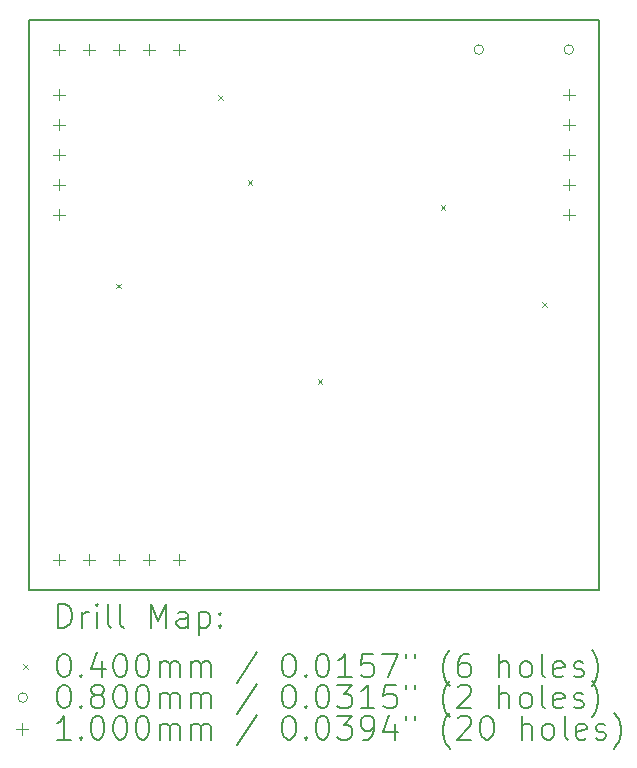
<source format=gbr>
%TF.GenerationSoftware,KiCad,Pcbnew,7.0.7*%
%TF.CreationDate,2024-02-28T11:49:30+01:00*%
%TF.ProjectId,bottom_test,626f7474-6f6d-45f7-9465-73742e6b6963,rev?*%
%TF.SameCoordinates,Original*%
%TF.FileFunction,Drillmap*%
%TF.FilePolarity,Positive*%
%FSLAX45Y45*%
G04 Gerber Fmt 4.5, Leading zero omitted, Abs format (unit mm)*
G04 Created by KiCad (PCBNEW 7.0.7) date 2024-02-28 11:49:30*
%MOMM*%
%LPD*%
G01*
G04 APERTURE LIST*
%ADD10C,0.200000*%
%ADD11C,0.040000*%
%ADD12C,0.080000*%
%ADD13C,0.100000*%
G04 APERTURE END LIST*
D10*
X2794000Y-2794000D02*
X7620000Y-2794000D01*
X7620000Y-7620000D01*
X2794000Y-7620000D01*
X2794000Y-2794000D01*
D11*
X3536000Y-5029490D02*
X3576000Y-5069490D01*
X3576000Y-5029490D02*
X3536000Y-5069490D01*
X4396870Y-3435980D02*
X4436870Y-3475980D01*
X4436870Y-3435980D02*
X4396870Y-3475980D01*
X4647720Y-4151910D02*
X4687720Y-4191910D01*
X4687720Y-4151910D02*
X4647720Y-4191910D01*
X5239530Y-5839800D02*
X5279530Y-5879800D01*
X5279530Y-5839800D02*
X5239530Y-5879800D01*
X6281490Y-4367250D02*
X6321490Y-4407250D01*
X6321490Y-4367250D02*
X6281490Y-4407250D01*
X7143620Y-5186990D02*
X7183620Y-5226990D01*
X7183620Y-5186990D02*
X7143620Y-5226990D01*
D12*
X6644000Y-3048000D02*
G75*
G03*
X6644000Y-3048000I-40000J0D01*
G01*
X7406000Y-3048000D02*
G75*
G03*
X7406000Y-3048000I-40000J0D01*
G01*
D13*
X3048000Y-2998000D02*
X3048000Y-3098000D01*
X2998000Y-3048000D02*
X3098000Y-3048000D01*
X3048000Y-3379000D02*
X3048000Y-3479000D01*
X2998000Y-3429000D02*
X3098000Y-3429000D01*
X3048000Y-3633000D02*
X3048000Y-3733000D01*
X2998000Y-3683000D02*
X3098000Y-3683000D01*
X3048000Y-3887000D02*
X3048000Y-3987000D01*
X2998000Y-3937000D02*
X3098000Y-3937000D01*
X3048000Y-4141000D02*
X3048000Y-4241000D01*
X2998000Y-4191000D02*
X3098000Y-4191000D01*
X3048000Y-4395000D02*
X3048000Y-4495000D01*
X2998000Y-4445000D02*
X3098000Y-4445000D01*
X3048000Y-7316000D02*
X3048000Y-7416000D01*
X2998000Y-7366000D02*
X3098000Y-7366000D01*
X3302000Y-2998000D02*
X3302000Y-3098000D01*
X3252000Y-3048000D02*
X3352000Y-3048000D01*
X3302000Y-7316000D02*
X3302000Y-7416000D01*
X3252000Y-7366000D02*
X3352000Y-7366000D01*
X3556000Y-2998000D02*
X3556000Y-3098000D01*
X3506000Y-3048000D02*
X3606000Y-3048000D01*
X3556000Y-7316000D02*
X3556000Y-7416000D01*
X3506000Y-7366000D02*
X3606000Y-7366000D01*
X3810000Y-2998000D02*
X3810000Y-3098000D01*
X3760000Y-3048000D02*
X3860000Y-3048000D01*
X3810000Y-7316000D02*
X3810000Y-7416000D01*
X3760000Y-7366000D02*
X3860000Y-7366000D01*
X4064000Y-2998000D02*
X4064000Y-3098000D01*
X4014000Y-3048000D02*
X4114000Y-3048000D01*
X4064000Y-7316000D02*
X4064000Y-7416000D01*
X4014000Y-7366000D02*
X4114000Y-7366000D01*
X7366000Y-3379000D02*
X7366000Y-3479000D01*
X7316000Y-3429000D02*
X7416000Y-3429000D01*
X7366000Y-3633000D02*
X7366000Y-3733000D01*
X7316000Y-3683000D02*
X7416000Y-3683000D01*
X7366000Y-3887000D02*
X7366000Y-3987000D01*
X7316000Y-3937000D02*
X7416000Y-3937000D01*
X7366000Y-4141000D02*
X7366000Y-4241000D01*
X7316000Y-4191000D02*
X7416000Y-4191000D01*
X7366000Y-4395000D02*
X7366000Y-4495000D01*
X7316000Y-4445000D02*
X7416000Y-4445000D01*
D10*
X3044777Y-7941484D02*
X3044777Y-7741484D01*
X3044777Y-7741484D02*
X3092396Y-7741484D01*
X3092396Y-7741484D02*
X3120967Y-7751008D01*
X3120967Y-7751008D02*
X3140015Y-7770055D01*
X3140015Y-7770055D02*
X3149539Y-7789103D01*
X3149539Y-7789103D02*
X3159062Y-7827198D01*
X3159062Y-7827198D02*
X3159062Y-7855769D01*
X3159062Y-7855769D02*
X3149539Y-7893865D01*
X3149539Y-7893865D02*
X3140015Y-7912912D01*
X3140015Y-7912912D02*
X3120967Y-7931960D01*
X3120967Y-7931960D02*
X3092396Y-7941484D01*
X3092396Y-7941484D02*
X3044777Y-7941484D01*
X3244777Y-7941484D02*
X3244777Y-7808150D01*
X3244777Y-7846246D02*
X3254301Y-7827198D01*
X3254301Y-7827198D02*
X3263824Y-7817674D01*
X3263824Y-7817674D02*
X3282872Y-7808150D01*
X3282872Y-7808150D02*
X3301920Y-7808150D01*
X3368586Y-7941484D02*
X3368586Y-7808150D01*
X3368586Y-7741484D02*
X3359062Y-7751008D01*
X3359062Y-7751008D02*
X3368586Y-7760531D01*
X3368586Y-7760531D02*
X3378110Y-7751008D01*
X3378110Y-7751008D02*
X3368586Y-7741484D01*
X3368586Y-7741484D02*
X3368586Y-7760531D01*
X3492396Y-7941484D02*
X3473348Y-7931960D01*
X3473348Y-7931960D02*
X3463824Y-7912912D01*
X3463824Y-7912912D02*
X3463824Y-7741484D01*
X3597158Y-7941484D02*
X3578110Y-7931960D01*
X3578110Y-7931960D02*
X3568586Y-7912912D01*
X3568586Y-7912912D02*
X3568586Y-7741484D01*
X3825729Y-7941484D02*
X3825729Y-7741484D01*
X3825729Y-7741484D02*
X3892396Y-7884341D01*
X3892396Y-7884341D02*
X3959062Y-7741484D01*
X3959062Y-7741484D02*
X3959062Y-7941484D01*
X4140015Y-7941484D02*
X4140015Y-7836722D01*
X4140015Y-7836722D02*
X4130491Y-7817674D01*
X4130491Y-7817674D02*
X4111443Y-7808150D01*
X4111443Y-7808150D02*
X4073348Y-7808150D01*
X4073348Y-7808150D02*
X4054301Y-7817674D01*
X4140015Y-7931960D02*
X4120967Y-7941484D01*
X4120967Y-7941484D02*
X4073348Y-7941484D01*
X4073348Y-7941484D02*
X4054301Y-7931960D01*
X4054301Y-7931960D02*
X4044777Y-7912912D01*
X4044777Y-7912912D02*
X4044777Y-7893865D01*
X4044777Y-7893865D02*
X4054301Y-7874817D01*
X4054301Y-7874817D02*
X4073348Y-7865293D01*
X4073348Y-7865293D02*
X4120967Y-7865293D01*
X4120967Y-7865293D02*
X4140015Y-7855769D01*
X4235253Y-7808150D02*
X4235253Y-8008150D01*
X4235253Y-7817674D02*
X4254301Y-7808150D01*
X4254301Y-7808150D02*
X4292396Y-7808150D01*
X4292396Y-7808150D02*
X4311444Y-7817674D01*
X4311444Y-7817674D02*
X4320967Y-7827198D01*
X4320967Y-7827198D02*
X4330491Y-7846246D01*
X4330491Y-7846246D02*
X4330491Y-7903388D01*
X4330491Y-7903388D02*
X4320967Y-7922436D01*
X4320967Y-7922436D02*
X4311444Y-7931960D01*
X4311444Y-7931960D02*
X4292396Y-7941484D01*
X4292396Y-7941484D02*
X4254301Y-7941484D01*
X4254301Y-7941484D02*
X4235253Y-7931960D01*
X4416205Y-7922436D02*
X4425729Y-7931960D01*
X4425729Y-7931960D02*
X4416205Y-7941484D01*
X4416205Y-7941484D02*
X4406682Y-7931960D01*
X4406682Y-7931960D02*
X4416205Y-7922436D01*
X4416205Y-7922436D02*
X4416205Y-7941484D01*
X4416205Y-7817674D02*
X4425729Y-7827198D01*
X4425729Y-7827198D02*
X4416205Y-7836722D01*
X4416205Y-7836722D02*
X4406682Y-7827198D01*
X4406682Y-7827198D02*
X4416205Y-7817674D01*
X4416205Y-7817674D02*
X4416205Y-7836722D01*
D11*
X2744000Y-8250000D02*
X2784000Y-8290000D01*
X2784000Y-8250000D02*
X2744000Y-8290000D01*
D10*
X3082872Y-8161484D02*
X3101920Y-8161484D01*
X3101920Y-8161484D02*
X3120967Y-8171008D01*
X3120967Y-8171008D02*
X3130491Y-8180531D01*
X3130491Y-8180531D02*
X3140015Y-8199579D01*
X3140015Y-8199579D02*
X3149539Y-8237674D01*
X3149539Y-8237674D02*
X3149539Y-8285293D01*
X3149539Y-8285293D02*
X3140015Y-8323388D01*
X3140015Y-8323388D02*
X3130491Y-8342436D01*
X3130491Y-8342436D02*
X3120967Y-8351960D01*
X3120967Y-8351960D02*
X3101920Y-8361484D01*
X3101920Y-8361484D02*
X3082872Y-8361484D01*
X3082872Y-8361484D02*
X3063824Y-8351960D01*
X3063824Y-8351960D02*
X3054301Y-8342436D01*
X3054301Y-8342436D02*
X3044777Y-8323388D01*
X3044777Y-8323388D02*
X3035253Y-8285293D01*
X3035253Y-8285293D02*
X3035253Y-8237674D01*
X3035253Y-8237674D02*
X3044777Y-8199579D01*
X3044777Y-8199579D02*
X3054301Y-8180531D01*
X3054301Y-8180531D02*
X3063824Y-8171008D01*
X3063824Y-8171008D02*
X3082872Y-8161484D01*
X3235253Y-8342436D02*
X3244777Y-8351960D01*
X3244777Y-8351960D02*
X3235253Y-8361484D01*
X3235253Y-8361484D02*
X3225729Y-8351960D01*
X3225729Y-8351960D02*
X3235253Y-8342436D01*
X3235253Y-8342436D02*
X3235253Y-8361484D01*
X3416205Y-8228150D02*
X3416205Y-8361484D01*
X3368586Y-8151960D02*
X3320967Y-8294817D01*
X3320967Y-8294817D02*
X3444777Y-8294817D01*
X3559062Y-8161484D02*
X3578110Y-8161484D01*
X3578110Y-8161484D02*
X3597158Y-8171008D01*
X3597158Y-8171008D02*
X3606682Y-8180531D01*
X3606682Y-8180531D02*
X3616205Y-8199579D01*
X3616205Y-8199579D02*
X3625729Y-8237674D01*
X3625729Y-8237674D02*
X3625729Y-8285293D01*
X3625729Y-8285293D02*
X3616205Y-8323388D01*
X3616205Y-8323388D02*
X3606682Y-8342436D01*
X3606682Y-8342436D02*
X3597158Y-8351960D01*
X3597158Y-8351960D02*
X3578110Y-8361484D01*
X3578110Y-8361484D02*
X3559062Y-8361484D01*
X3559062Y-8361484D02*
X3540015Y-8351960D01*
X3540015Y-8351960D02*
X3530491Y-8342436D01*
X3530491Y-8342436D02*
X3520967Y-8323388D01*
X3520967Y-8323388D02*
X3511443Y-8285293D01*
X3511443Y-8285293D02*
X3511443Y-8237674D01*
X3511443Y-8237674D02*
X3520967Y-8199579D01*
X3520967Y-8199579D02*
X3530491Y-8180531D01*
X3530491Y-8180531D02*
X3540015Y-8171008D01*
X3540015Y-8171008D02*
X3559062Y-8161484D01*
X3749539Y-8161484D02*
X3768586Y-8161484D01*
X3768586Y-8161484D02*
X3787634Y-8171008D01*
X3787634Y-8171008D02*
X3797158Y-8180531D01*
X3797158Y-8180531D02*
X3806682Y-8199579D01*
X3806682Y-8199579D02*
X3816205Y-8237674D01*
X3816205Y-8237674D02*
X3816205Y-8285293D01*
X3816205Y-8285293D02*
X3806682Y-8323388D01*
X3806682Y-8323388D02*
X3797158Y-8342436D01*
X3797158Y-8342436D02*
X3787634Y-8351960D01*
X3787634Y-8351960D02*
X3768586Y-8361484D01*
X3768586Y-8361484D02*
X3749539Y-8361484D01*
X3749539Y-8361484D02*
X3730491Y-8351960D01*
X3730491Y-8351960D02*
X3720967Y-8342436D01*
X3720967Y-8342436D02*
X3711443Y-8323388D01*
X3711443Y-8323388D02*
X3701920Y-8285293D01*
X3701920Y-8285293D02*
X3701920Y-8237674D01*
X3701920Y-8237674D02*
X3711443Y-8199579D01*
X3711443Y-8199579D02*
X3720967Y-8180531D01*
X3720967Y-8180531D02*
X3730491Y-8171008D01*
X3730491Y-8171008D02*
X3749539Y-8161484D01*
X3901920Y-8361484D02*
X3901920Y-8228150D01*
X3901920Y-8247198D02*
X3911443Y-8237674D01*
X3911443Y-8237674D02*
X3930491Y-8228150D01*
X3930491Y-8228150D02*
X3959063Y-8228150D01*
X3959063Y-8228150D02*
X3978110Y-8237674D01*
X3978110Y-8237674D02*
X3987634Y-8256722D01*
X3987634Y-8256722D02*
X3987634Y-8361484D01*
X3987634Y-8256722D02*
X3997158Y-8237674D01*
X3997158Y-8237674D02*
X4016205Y-8228150D01*
X4016205Y-8228150D02*
X4044777Y-8228150D01*
X4044777Y-8228150D02*
X4063824Y-8237674D01*
X4063824Y-8237674D02*
X4073348Y-8256722D01*
X4073348Y-8256722D02*
X4073348Y-8361484D01*
X4168586Y-8361484D02*
X4168586Y-8228150D01*
X4168586Y-8247198D02*
X4178110Y-8237674D01*
X4178110Y-8237674D02*
X4197158Y-8228150D01*
X4197158Y-8228150D02*
X4225729Y-8228150D01*
X4225729Y-8228150D02*
X4244777Y-8237674D01*
X4244777Y-8237674D02*
X4254301Y-8256722D01*
X4254301Y-8256722D02*
X4254301Y-8361484D01*
X4254301Y-8256722D02*
X4263825Y-8237674D01*
X4263825Y-8237674D02*
X4282872Y-8228150D01*
X4282872Y-8228150D02*
X4311444Y-8228150D01*
X4311444Y-8228150D02*
X4330491Y-8237674D01*
X4330491Y-8237674D02*
X4340015Y-8256722D01*
X4340015Y-8256722D02*
X4340015Y-8361484D01*
X4730491Y-8151960D02*
X4559063Y-8409103D01*
X4987634Y-8161484D02*
X5006682Y-8161484D01*
X5006682Y-8161484D02*
X5025729Y-8171008D01*
X5025729Y-8171008D02*
X5035253Y-8180531D01*
X5035253Y-8180531D02*
X5044777Y-8199579D01*
X5044777Y-8199579D02*
X5054301Y-8237674D01*
X5054301Y-8237674D02*
X5054301Y-8285293D01*
X5054301Y-8285293D02*
X5044777Y-8323388D01*
X5044777Y-8323388D02*
X5035253Y-8342436D01*
X5035253Y-8342436D02*
X5025729Y-8351960D01*
X5025729Y-8351960D02*
X5006682Y-8361484D01*
X5006682Y-8361484D02*
X4987634Y-8361484D01*
X4987634Y-8361484D02*
X4968587Y-8351960D01*
X4968587Y-8351960D02*
X4959063Y-8342436D01*
X4959063Y-8342436D02*
X4949539Y-8323388D01*
X4949539Y-8323388D02*
X4940015Y-8285293D01*
X4940015Y-8285293D02*
X4940015Y-8237674D01*
X4940015Y-8237674D02*
X4949539Y-8199579D01*
X4949539Y-8199579D02*
X4959063Y-8180531D01*
X4959063Y-8180531D02*
X4968587Y-8171008D01*
X4968587Y-8171008D02*
X4987634Y-8161484D01*
X5140015Y-8342436D02*
X5149539Y-8351960D01*
X5149539Y-8351960D02*
X5140015Y-8361484D01*
X5140015Y-8361484D02*
X5130491Y-8351960D01*
X5130491Y-8351960D02*
X5140015Y-8342436D01*
X5140015Y-8342436D02*
X5140015Y-8361484D01*
X5273348Y-8161484D02*
X5292396Y-8161484D01*
X5292396Y-8161484D02*
X5311444Y-8171008D01*
X5311444Y-8171008D02*
X5320968Y-8180531D01*
X5320968Y-8180531D02*
X5330491Y-8199579D01*
X5330491Y-8199579D02*
X5340015Y-8237674D01*
X5340015Y-8237674D02*
X5340015Y-8285293D01*
X5340015Y-8285293D02*
X5330491Y-8323388D01*
X5330491Y-8323388D02*
X5320968Y-8342436D01*
X5320968Y-8342436D02*
X5311444Y-8351960D01*
X5311444Y-8351960D02*
X5292396Y-8361484D01*
X5292396Y-8361484D02*
X5273348Y-8361484D01*
X5273348Y-8361484D02*
X5254301Y-8351960D01*
X5254301Y-8351960D02*
X5244777Y-8342436D01*
X5244777Y-8342436D02*
X5235253Y-8323388D01*
X5235253Y-8323388D02*
X5225729Y-8285293D01*
X5225729Y-8285293D02*
X5225729Y-8237674D01*
X5225729Y-8237674D02*
X5235253Y-8199579D01*
X5235253Y-8199579D02*
X5244777Y-8180531D01*
X5244777Y-8180531D02*
X5254301Y-8171008D01*
X5254301Y-8171008D02*
X5273348Y-8161484D01*
X5530491Y-8361484D02*
X5416206Y-8361484D01*
X5473348Y-8361484D02*
X5473348Y-8161484D01*
X5473348Y-8161484D02*
X5454301Y-8190055D01*
X5454301Y-8190055D02*
X5435253Y-8209103D01*
X5435253Y-8209103D02*
X5416206Y-8218627D01*
X5711444Y-8161484D02*
X5616206Y-8161484D01*
X5616206Y-8161484D02*
X5606682Y-8256722D01*
X5606682Y-8256722D02*
X5616206Y-8247198D01*
X5616206Y-8247198D02*
X5635253Y-8237674D01*
X5635253Y-8237674D02*
X5682872Y-8237674D01*
X5682872Y-8237674D02*
X5701920Y-8247198D01*
X5701920Y-8247198D02*
X5711444Y-8256722D01*
X5711444Y-8256722D02*
X5720967Y-8275769D01*
X5720967Y-8275769D02*
X5720967Y-8323388D01*
X5720967Y-8323388D02*
X5711444Y-8342436D01*
X5711444Y-8342436D02*
X5701920Y-8351960D01*
X5701920Y-8351960D02*
X5682872Y-8361484D01*
X5682872Y-8361484D02*
X5635253Y-8361484D01*
X5635253Y-8361484D02*
X5616206Y-8351960D01*
X5616206Y-8351960D02*
X5606682Y-8342436D01*
X5787634Y-8161484D02*
X5920967Y-8161484D01*
X5920967Y-8161484D02*
X5835253Y-8361484D01*
X5987634Y-8161484D02*
X5987634Y-8199579D01*
X6063825Y-8161484D02*
X6063825Y-8199579D01*
X6359063Y-8437674D02*
X6349539Y-8428150D01*
X6349539Y-8428150D02*
X6330491Y-8399579D01*
X6330491Y-8399579D02*
X6320968Y-8380531D01*
X6320968Y-8380531D02*
X6311444Y-8351960D01*
X6311444Y-8351960D02*
X6301920Y-8304341D01*
X6301920Y-8304341D02*
X6301920Y-8266246D01*
X6301920Y-8266246D02*
X6311444Y-8218627D01*
X6311444Y-8218627D02*
X6320968Y-8190055D01*
X6320968Y-8190055D02*
X6330491Y-8171008D01*
X6330491Y-8171008D02*
X6349539Y-8142436D01*
X6349539Y-8142436D02*
X6359063Y-8132912D01*
X6520968Y-8161484D02*
X6482872Y-8161484D01*
X6482872Y-8161484D02*
X6463825Y-8171008D01*
X6463825Y-8171008D02*
X6454301Y-8180531D01*
X6454301Y-8180531D02*
X6435253Y-8209103D01*
X6435253Y-8209103D02*
X6425729Y-8247198D01*
X6425729Y-8247198D02*
X6425729Y-8323388D01*
X6425729Y-8323388D02*
X6435253Y-8342436D01*
X6435253Y-8342436D02*
X6444777Y-8351960D01*
X6444777Y-8351960D02*
X6463825Y-8361484D01*
X6463825Y-8361484D02*
X6501920Y-8361484D01*
X6501920Y-8361484D02*
X6520968Y-8351960D01*
X6520968Y-8351960D02*
X6530491Y-8342436D01*
X6530491Y-8342436D02*
X6540015Y-8323388D01*
X6540015Y-8323388D02*
X6540015Y-8275769D01*
X6540015Y-8275769D02*
X6530491Y-8256722D01*
X6530491Y-8256722D02*
X6520968Y-8247198D01*
X6520968Y-8247198D02*
X6501920Y-8237674D01*
X6501920Y-8237674D02*
X6463825Y-8237674D01*
X6463825Y-8237674D02*
X6444777Y-8247198D01*
X6444777Y-8247198D02*
X6435253Y-8256722D01*
X6435253Y-8256722D02*
X6425729Y-8275769D01*
X6778110Y-8361484D02*
X6778110Y-8161484D01*
X6863825Y-8361484D02*
X6863825Y-8256722D01*
X6863825Y-8256722D02*
X6854301Y-8237674D01*
X6854301Y-8237674D02*
X6835253Y-8228150D01*
X6835253Y-8228150D02*
X6806682Y-8228150D01*
X6806682Y-8228150D02*
X6787634Y-8237674D01*
X6787634Y-8237674D02*
X6778110Y-8247198D01*
X6987634Y-8361484D02*
X6968587Y-8351960D01*
X6968587Y-8351960D02*
X6959063Y-8342436D01*
X6959063Y-8342436D02*
X6949539Y-8323388D01*
X6949539Y-8323388D02*
X6949539Y-8266246D01*
X6949539Y-8266246D02*
X6959063Y-8247198D01*
X6959063Y-8247198D02*
X6968587Y-8237674D01*
X6968587Y-8237674D02*
X6987634Y-8228150D01*
X6987634Y-8228150D02*
X7016206Y-8228150D01*
X7016206Y-8228150D02*
X7035253Y-8237674D01*
X7035253Y-8237674D02*
X7044777Y-8247198D01*
X7044777Y-8247198D02*
X7054301Y-8266246D01*
X7054301Y-8266246D02*
X7054301Y-8323388D01*
X7054301Y-8323388D02*
X7044777Y-8342436D01*
X7044777Y-8342436D02*
X7035253Y-8351960D01*
X7035253Y-8351960D02*
X7016206Y-8361484D01*
X7016206Y-8361484D02*
X6987634Y-8361484D01*
X7168587Y-8361484D02*
X7149539Y-8351960D01*
X7149539Y-8351960D02*
X7140015Y-8332912D01*
X7140015Y-8332912D02*
X7140015Y-8161484D01*
X7320968Y-8351960D02*
X7301920Y-8361484D01*
X7301920Y-8361484D02*
X7263825Y-8361484D01*
X7263825Y-8361484D02*
X7244777Y-8351960D01*
X7244777Y-8351960D02*
X7235253Y-8332912D01*
X7235253Y-8332912D02*
X7235253Y-8256722D01*
X7235253Y-8256722D02*
X7244777Y-8237674D01*
X7244777Y-8237674D02*
X7263825Y-8228150D01*
X7263825Y-8228150D02*
X7301920Y-8228150D01*
X7301920Y-8228150D02*
X7320968Y-8237674D01*
X7320968Y-8237674D02*
X7330491Y-8256722D01*
X7330491Y-8256722D02*
X7330491Y-8275769D01*
X7330491Y-8275769D02*
X7235253Y-8294817D01*
X7406682Y-8351960D02*
X7425730Y-8361484D01*
X7425730Y-8361484D02*
X7463825Y-8361484D01*
X7463825Y-8361484D02*
X7482872Y-8351960D01*
X7482872Y-8351960D02*
X7492396Y-8332912D01*
X7492396Y-8332912D02*
X7492396Y-8323388D01*
X7492396Y-8323388D02*
X7482872Y-8304341D01*
X7482872Y-8304341D02*
X7463825Y-8294817D01*
X7463825Y-8294817D02*
X7435253Y-8294817D01*
X7435253Y-8294817D02*
X7416206Y-8285293D01*
X7416206Y-8285293D02*
X7406682Y-8266246D01*
X7406682Y-8266246D02*
X7406682Y-8256722D01*
X7406682Y-8256722D02*
X7416206Y-8237674D01*
X7416206Y-8237674D02*
X7435253Y-8228150D01*
X7435253Y-8228150D02*
X7463825Y-8228150D01*
X7463825Y-8228150D02*
X7482872Y-8237674D01*
X7559063Y-8437674D02*
X7568587Y-8428150D01*
X7568587Y-8428150D02*
X7587634Y-8399579D01*
X7587634Y-8399579D02*
X7597158Y-8380531D01*
X7597158Y-8380531D02*
X7606682Y-8351960D01*
X7606682Y-8351960D02*
X7616206Y-8304341D01*
X7616206Y-8304341D02*
X7616206Y-8266246D01*
X7616206Y-8266246D02*
X7606682Y-8218627D01*
X7606682Y-8218627D02*
X7597158Y-8190055D01*
X7597158Y-8190055D02*
X7587634Y-8171008D01*
X7587634Y-8171008D02*
X7568587Y-8142436D01*
X7568587Y-8142436D02*
X7559063Y-8132912D01*
D12*
X2784000Y-8534000D02*
G75*
G03*
X2784000Y-8534000I-40000J0D01*
G01*
D10*
X3082872Y-8425484D02*
X3101920Y-8425484D01*
X3101920Y-8425484D02*
X3120967Y-8435008D01*
X3120967Y-8435008D02*
X3130491Y-8444531D01*
X3130491Y-8444531D02*
X3140015Y-8463579D01*
X3140015Y-8463579D02*
X3149539Y-8501674D01*
X3149539Y-8501674D02*
X3149539Y-8549293D01*
X3149539Y-8549293D02*
X3140015Y-8587389D01*
X3140015Y-8587389D02*
X3130491Y-8606436D01*
X3130491Y-8606436D02*
X3120967Y-8615960D01*
X3120967Y-8615960D02*
X3101920Y-8625484D01*
X3101920Y-8625484D02*
X3082872Y-8625484D01*
X3082872Y-8625484D02*
X3063824Y-8615960D01*
X3063824Y-8615960D02*
X3054301Y-8606436D01*
X3054301Y-8606436D02*
X3044777Y-8587389D01*
X3044777Y-8587389D02*
X3035253Y-8549293D01*
X3035253Y-8549293D02*
X3035253Y-8501674D01*
X3035253Y-8501674D02*
X3044777Y-8463579D01*
X3044777Y-8463579D02*
X3054301Y-8444531D01*
X3054301Y-8444531D02*
X3063824Y-8435008D01*
X3063824Y-8435008D02*
X3082872Y-8425484D01*
X3235253Y-8606436D02*
X3244777Y-8615960D01*
X3244777Y-8615960D02*
X3235253Y-8625484D01*
X3235253Y-8625484D02*
X3225729Y-8615960D01*
X3225729Y-8615960D02*
X3235253Y-8606436D01*
X3235253Y-8606436D02*
X3235253Y-8625484D01*
X3359062Y-8511198D02*
X3340015Y-8501674D01*
X3340015Y-8501674D02*
X3330491Y-8492150D01*
X3330491Y-8492150D02*
X3320967Y-8473103D01*
X3320967Y-8473103D02*
X3320967Y-8463579D01*
X3320967Y-8463579D02*
X3330491Y-8444531D01*
X3330491Y-8444531D02*
X3340015Y-8435008D01*
X3340015Y-8435008D02*
X3359062Y-8425484D01*
X3359062Y-8425484D02*
X3397158Y-8425484D01*
X3397158Y-8425484D02*
X3416205Y-8435008D01*
X3416205Y-8435008D02*
X3425729Y-8444531D01*
X3425729Y-8444531D02*
X3435253Y-8463579D01*
X3435253Y-8463579D02*
X3435253Y-8473103D01*
X3435253Y-8473103D02*
X3425729Y-8492150D01*
X3425729Y-8492150D02*
X3416205Y-8501674D01*
X3416205Y-8501674D02*
X3397158Y-8511198D01*
X3397158Y-8511198D02*
X3359062Y-8511198D01*
X3359062Y-8511198D02*
X3340015Y-8520722D01*
X3340015Y-8520722D02*
X3330491Y-8530246D01*
X3330491Y-8530246D02*
X3320967Y-8549293D01*
X3320967Y-8549293D02*
X3320967Y-8587389D01*
X3320967Y-8587389D02*
X3330491Y-8606436D01*
X3330491Y-8606436D02*
X3340015Y-8615960D01*
X3340015Y-8615960D02*
X3359062Y-8625484D01*
X3359062Y-8625484D02*
X3397158Y-8625484D01*
X3397158Y-8625484D02*
X3416205Y-8615960D01*
X3416205Y-8615960D02*
X3425729Y-8606436D01*
X3425729Y-8606436D02*
X3435253Y-8587389D01*
X3435253Y-8587389D02*
X3435253Y-8549293D01*
X3435253Y-8549293D02*
X3425729Y-8530246D01*
X3425729Y-8530246D02*
X3416205Y-8520722D01*
X3416205Y-8520722D02*
X3397158Y-8511198D01*
X3559062Y-8425484D02*
X3578110Y-8425484D01*
X3578110Y-8425484D02*
X3597158Y-8435008D01*
X3597158Y-8435008D02*
X3606682Y-8444531D01*
X3606682Y-8444531D02*
X3616205Y-8463579D01*
X3616205Y-8463579D02*
X3625729Y-8501674D01*
X3625729Y-8501674D02*
X3625729Y-8549293D01*
X3625729Y-8549293D02*
X3616205Y-8587389D01*
X3616205Y-8587389D02*
X3606682Y-8606436D01*
X3606682Y-8606436D02*
X3597158Y-8615960D01*
X3597158Y-8615960D02*
X3578110Y-8625484D01*
X3578110Y-8625484D02*
X3559062Y-8625484D01*
X3559062Y-8625484D02*
X3540015Y-8615960D01*
X3540015Y-8615960D02*
X3530491Y-8606436D01*
X3530491Y-8606436D02*
X3520967Y-8587389D01*
X3520967Y-8587389D02*
X3511443Y-8549293D01*
X3511443Y-8549293D02*
X3511443Y-8501674D01*
X3511443Y-8501674D02*
X3520967Y-8463579D01*
X3520967Y-8463579D02*
X3530491Y-8444531D01*
X3530491Y-8444531D02*
X3540015Y-8435008D01*
X3540015Y-8435008D02*
X3559062Y-8425484D01*
X3749539Y-8425484D02*
X3768586Y-8425484D01*
X3768586Y-8425484D02*
X3787634Y-8435008D01*
X3787634Y-8435008D02*
X3797158Y-8444531D01*
X3797158Y-8444531D02*
X3806682Y-8463579D01*
X3806682Y-8463579D02*
X3816205Y-8501674D01*
X3816205Y-8501674D02*
X3816205Y-8549293D01*
X3816205Y-8549293D02*
X3806682Y-8587389D01*
X3806682Y-8587389D02*
X3797158Y-8606436D01*
X3797158Y-8606436D02*
X3787634Y-8615960D01*
X3787634Y-8615960D02*
X3768586Y-8625484D01*
X3768586Y-8625484D02*
X3749539Y-8625484D01*
X3749539Y-8625484D02*
X3730491Y-8615960D01*
X3730491Y-8615960D02*
X3720967Y-8606436D01*
X3720967Y-8606436D02*
X3711443Y-8587389D01*
X3711443Y-8587389D02*
X3701920Y-8549293D01*
X3701920Y-8549293D02*
X3701920Y-8501674D01*
X3701920Y-8501674D02*
X3711443Y-8463579D01*
X3711443Y-8463579D02*
X3720967Y-8444531D01*
X3720967Y-8444531D02*
X3730491Y-8435008D01*
X3730491Y-8435008D02*
X3749539Y-8425484D01*
X3901920Y-8625484D02*
X3901920Y-8492150D01*
X3901920Y-8511198D02*
X3911443Y-8501674D01*
X3911443Y-8501674D02*
X3930491Y-8492150D01*
X3930491Y-8492150D02*
X3959063Y-8492150D01*
X3959063Y-8492150D02*
X3978110Y-8501674D01*
X3978110Y-8501674D02*
X3987634Y-8520722D01*
X3987634Y-8520722D02*
X3987634Y-8625484D01*
X3987634Y-8520722D02*
X3997158Y-8501674D01*
X3997158Y-8501674D02*
X4016205Y-8492150D01*
X4016205Y-8492150D02*
X4044777Y-8492150D01*
X4044777Y-8492150D02*
X4063824Y-8501674D01*
X4063824Y-8501674D02*
X4073348Y-8520722D01*
X4073348Y-8520722D02*
X4073348Y-8625484D01*
X4168586Y-8625484D02*
X4168586Y-8492150D01*
X4168586Y-8511198D02*
X4178110Y-8501674D01*
X4178110Y-8501674D02*
X4197158Y-8492150D01*
X4197158Y-8492150D02*
X4225729Y-8492150D01*
X4225729Y-8492150D02*
X4244777Y-8501674D01*
X4244777Y-8501674D02*
X4254301Y-8520722D01*
X4254301Y-8520722D02*
X4254301Y-8625484D01*
X4254301Y-8520722D02*
X4263825Y-8501674D01*
X4263825Y-8501674D02*
X4282872Y-8492150D01*
X4282872Y-8492150D02*
X4311444Y-8492150D01*
X4311444Y-8492150D02*
X4330491Y-8501674D01*
X4330491Y-8501674D02*
X4340015Y-8520722D01*
X4340015Y-8520722D02*
X4340015Y-8625484D01*
X4730491Y-8415960D02*
X4559063Y-8673103D01*
X4987634Y-8425484D02*
X5006682Y-8425484D01*
X5006682Y-8425484D02*
X5025729Y-8435008D01*
X5025729Y-8435008D02*
X5035253Y-8444531D01*
X5035253Y-8444531D02*
X5044777Y-8463579D01*
X5044777Y-8463579D02*
X5054301Y-8501674D01*
X5054301Y-8501674D02*
X5054301Y-8549293D01*
X5054301Y-8549293D02*
X5044777Y-8587389D01*
X5044777Y-8587389D02*
X5035253Y-8606436D01*
X5035253Y-8606436D02*
X5025729Y-8615960D01*
X5025729Y-8615960D02*
X5006682Y-8625484D01*
X5006682Y-8625484D02*
X4987634Y-8625484D01*
X4987634Y-8625484D02*
X4968587Y-8615960D01*
X4968587Y-8615960D02*
X4959063Y-8606436D01*
X4959063Y-8606436D02*
X4949539Y-8587389D01*
X4949539Y-8587389D02*
X4940015Y-8549293D01*
X4940015Y-8549293D02*
X4940015Y-8501674D01*
X4940015Y-8501674D02*
X4949539Y-8463579D01*
X4949539Y-8463579D02*
X4959063Y-8444531D01*
X4959063Y-8444531D02*
X4968587Y-8435008D01*
X4968587Y-8435008D02*
X4987634Y-8425484D01*
X5140015Y-8606436D02*
X5149539Y-8615960D01*
X5149539Y-8615960D02*
X5140015Y-8625484D01*
X5140015Y-8625484D02*
X5130491Y-8615960D01*
X5130491Y-8615960D02*
X5140015Y-8606436D01*
X5140015Y-8606436D02*
X5140015Y-8625484D01*
X5273348Y-8425484D02*
X5292396Y-8425484D01*
X5292396Y-8425484D02*
X5311444Y-8435008D01*
X5311444Y-8435008D02*
X5320968Y-8444531D01*
X5320968Y-8444531D02*
X5330491Y-8463579D01*
X5330491Y-8463579D02*
X5340015Y-8501674D01*
X5340015Y-8501674D02*
X5340015Y-8549293D01*
X5340015Y-8549293D02*
X5330491Y-8587389D01*
X5330491Y-8587389D02*
X5320968Y-8606436D01*
X5320968Y-8606436D02*
X5311444Y-8615960D01*
X5311444Y-8615960D02*
X5292396Y-8625484D01*
X5292396Y-8625484D02*
X5273348Y-8625484D01*
X5273348Y-8625484D02*
X5254301Y-8615960D01*
X5254301Y-8615960D02*
X5244777Y-8606436D01*
X5244777Y-8606436D02*
X5235253Y-8587389D01*
X5235253Y-8587389D02*
X5225729Y-8549293D01*
X5225729Y-8549293D02*
X5225729Y-8501674D01*
X5225729Y-8501674D02*
X5235253Y-8463579D01*
X5235253Y-8463579D02*
X5244777Y-8444531D01*
X5244777Y-8444531D02*
X5254301Y-8435008D01*
X5254301Y-8435008D02*
X5273348Y-8425484D01*
X5406682Y-8425484D02*
X5530491Y-8425484D01*
X5530491Y-8425484D02*
X5463825Y-8501674D01*
X5463825Y-8501674D02*
X5492396Y-8501674D01*
X5492396Y-8501674D02*
X5511444Y-8511198D01*
X5511444Y-8511198D02*
X5520968Y-8520722D01*
X5520968Y-8520722D02*
X5530491Y-8539770D01*
X5530491Y-8539770D02*
X5530491Y-8587389D01*
X5530491Y-8587389D02*
X5520968Y-8606436D01*
X5520968Y-8606436D02*
X5511444Y-8615960D01*
X5511444Y-8615960D02*
X5492396Y-8625484D01*
X5492396Y-8625484D02*
X5435253Y-8625484D01*
X5435253Y-8625484D02*
X5416206Y-8615960D01*
X5416206Y-8615960D02*
X5406682Y-8606436D01*
X5720967Y-8625484D02*
X5606682Y-8625484D01*
X5663825Y-8625484D02*
X5663825Y-8425484D01*
X5663825Y-8425484D02*
X5644777Y-8454055D01*
X5644777Y-8454055D02*
X5625729Y-8473103D01*
X5625729Y-8473103D02*
X5606682Y-8482627D01*
X5901920Y-8425484D02*
X5806682Y-8425484D01*
X5806682Y-8425484D02*
X5797158Y-8520722D01*
X5797158Y-8520722D02*
X5806682Y-8511198D01*
X5806682Y-8511198D02*
X5825729Y-8501674D01*
X5825729Y-8501674D02*
X5873348Y-8501674D01*
X5873348Y-8501674D02*
X5892396Y-8511198D01*
X5892396Y-8511198D02*
X5901920Y-8520722D01*
X5901920Y-8520722D02*
X5911444Y-8539770D01*
X5911444Y-8539770D02*
X5911444Y-8587389D01*
X5911444Y-8587389D02*
X5901920Y-8606436D01*
X5901920Y-8606436D02*
X5892396Y-8615960D01*
X5892396Y-8615960D02*
X5873348Y-8625484D01*
X5873348Y-8625484D02*
X5825729Y-8625484D01*
X5825729Y-8625484D02*
X5806682Y-8615960D01*
X5806682Y-8615960D02*
X5797158Y-8606436D01*
X5987634Y-8425484D02*
X5987634Y-8463579D01*
X6063825Y-8425484D02*
X6063825Y-8463579D01*
X6359063Y-8701674D02*
X6349539Y-8692150D01*
X6349539Y-8692150D02*
X6330491Y-8663579D01*
X6330491Y-8663579D02*
X6320968Y-8644531D01*
X6320968Y-8644531D02*
X6311444Y-8615960D01*
X6311444Y-8615960D02*
X6301920Y-8568341D01*
X6301920Y-8568341D02*
X6301920Y-8530246D01*
X6301920Y-8530246D02*
X6311444Y-8482627D01*
X6311444Y-8482627D02*
X6320968Y-8454055D01*
X6320968Y-8454055D02*
X6330491Y-8435008D01*
X6330491Y-8435008D02*
X6349539Y-8406436D01*
X6349539Y-8406436D02*
X6359063Y-8396912D01*
X6425729Y-8444531D02*
X6435253Y-8435008D01*
X6435253Y-8435008D02*
X6454301Y-8425484D01*
X6454301Y-8425484D02*
X6501920Y-8425484D01*
X6501920Y-8425484D02*
X6520968Y-8435008D01*
X6520968Y-8435008D02*
X6530491Y-8444531D01*
X6530491Y-8444531D02*
X6540015Y-8463579D01*
X6540015Y-8463579D02*
X6540015Y-8482627D01*
X6540015Y-8482627D02*
X6530491Y-8511198D01*
X6530491Y-8511198D02*
X6416206Y-8625484D01*
X6416206Y-8625484D02*
X6540015Y-8625484D01*
X6778110Y-8625484D02*
X6778110Y-8425484D01*
X6863825Y-8625484D02*
X6863825Y-8520722D01*
X6863825Y-8520722D02*
X6854301Y-8501674D01*
X6854301Y-8501674D02*
X6835253Y-8492150D01*
X6835253Y-8492150D02*
X6806682Y-8492150D01*
X6806682Y-8492150D02*
X6787634Y-8501674D01*
X6787634Y-8501674D02*
X6778110Y-8511198D01*
X6987634Y-8625484D02*
X6968587Y-8615960D01*
X6968587Y-8615960D02*
X6959063Y-8606436D01*
X6959063Y-8606436D02*
X6949539Y-8587389D01*
X6949539Y-8587389D02*
X6949539Y-8530246D01*
X6949539Y-8530246D02*
X6959063Y-8511198D01*
X6959063Y-8511198D02*
X6968587Y-8501674D01*
X6968587Y-8501674D02*
X6987634Y-8492150D01*
X6987634Y-8492150D02*
X7016206Y-8492150D01*
X7016206Y-8492150D02*
X7035253Y-8501674D01*
X7035253Y-8501674D02*
X7044777Y-8511198D01*
X7044777Y-8511198D02*
X7054301Y-8530246D01*
X7054301Y-8530246D02*
X7054301Y-8587389D01*
X7054301Y-8587389D02*
X7044777Y-8606436D01*
X7044777Y-8606436D02*
X7035253Y-8615960D01*
X7035253Y-8615960D02*
X7016206Y-8625484D01*
X7016206Y-8625484D02*
X6987634Y-8625484D01*
X7168587Y-8625484D02*
X7149539Y-8615960D01*
X7149539Y-8615960D02*
X7140015Y-8596912D01*
X7140015Y-8596912D02*
X7140015Y-8425484D01*
X7320968Y-8615960D02*
X7301920Y-8625484D01*
X7301920Y-8625484D02*
X7263825Y-8625484D01*
X7263825Y-8625484D02*
X7244777Y-8615960D01*
X7244777Y-8615960D02*
X7235253Y-8596912D01*
X7235253Y-8596912D02*
X7235253Y-8520722D01*
X7235253Y-8520722D02*
X7244777Y-8501674D01*
X7244777Y-8501674D02*
X7263825Y-8492150D01*
X7263825Y-8492150D02*
X7301920Y-8492150D01*
X7301920Y-8492150D02*
X7320968Y-8501674D01*
X7320968Y-8501674D02*
X7330491Y-8520722D01*
X7330491Y-8520722D02*
X7330491Y-8539770D01*
X7330491Y-8539770D02*
X7235253Y-8558817D01*
X7406682Y-8615960D02*
X7425730Y-8625484D01*
X7425730Y-8625484D02*
X7463825Y-8625484D01*
X7463825Y-8625484D02*
X7482872Y-8615960D01*
X7482872Y-8615960D02*
X7492396Y-8596912D01*
X7492396Y-8596912D02*
X7492396Y-8587389D01*
X7492396Y-8587389D02*
X7482872Y-8568341D01*
X7482872Y-8568341D02*
X7463825Y-8558817D01*
X7463825Y-8558817D02*
X7435253Y-8558817D01*
X7435253Y-8558817D02*
X7416206Y-8549293D01*
X7416206Y-8549293D02*
X7406682Y-8530246D01*
X7406682Y-8530246D02*
X7406682Y-8520722D01*
X7406682Y-8520722D02*
X7416206Y-8501674D01*
X7416206Y-8501674D02*
X7435253Y-8492150D01*
X7435253Y-8492150D02*
X7463825Y-8492150D01*
X7463825Y-8492150D02*
X7482872Y-8501674D01*
X7559063Y-8701674D02*
X7568587Y-8692150D01*
X7568587Y-8692150D02*
X7587634Y-8663579D01*
X7587634Y-8663579D02*
X7597158Y-8644531D01*
X7597158Y-8644531D02*
X7606682Y-8615960D01*
X7606682Y-8615960D02*
X7616206Y-8568341D01*
X7616206Y-8568341D02*
X7616206Y-8530246D01*
X7616206Y-8530246D02*
X7606682Y-8482627D01*
X7606682Y-8482627D02*
X7597158Y-8454055D01*
X7597158Y-8454055D02*
X7587634Y-8435008D01*
X7587634Y-8435008D02*
X7568587Y-8406436D01*
X7568587Y-8406436D02*
X7559063Y-8396912D01*
D13*
X2734000Y-8748000D02*
X2734000Y-8848000D01*
X2684000Y-8798000D02*
X2784000Y-8798000D01*
D10*
X3149539Y-8889484D02*
X3035253Y-8889484D01*
X3092396Y-8889484D02*
X3092396Y-8689484D01*
X3092396Y-8689484D02*
X3073348Y-8718055D01*
X3073348Y-8718055D02*
X3054301Y-8737103D01*
X3054301Y-8737103D02*
X3035253Y-8746627D01*
X3235253Y-8870436D02*
X3244777Y-8879960D01*
X3244777Y-8879960D02*
X3235253Y-8889484D01*
X3235253Y-8889484D02*
X3225729Y-8879960D01*
X3225729Y-8879960D02*
X3235253Y-8870436D01*
X3235253Y-8870436D02*
X3235253Y-8889484D01*
X3368586Y-8689484D02*
X3387634Y-8689484D01*
X3387634Y-8689484D02*
X3406682Y-8699008D01*
X3406682Y-8699008D02*
X3416205Y-8708531D01*
X3416205Y-8708531D02*
X3425729Y-8727579D01*
X3425729Y-8727579D02*
X3435253Y-8765674D01*
X3435253Y-8765674D02*
X3435253Y-8813293D01*
X3435253Y-8813293D02*
X3425729Y-8851389D01*
X3425729Y-8851389D02*
X3416205Y-8870436D01*
X3416205Y-8870436D02*
X3406682Y-8879960D01*
X3406682Y-8879960D02*
X3387634Y-8889484D01*
X3387634Y-8889484D02*
X3368586Y-8889484D01*
X3368586Y-8889484D02*
X3349539Y-8879960D01*
X3349539Y-8879960D02*
X3340015Y-8870436D01*
X3340015Y-8870436D02*
X3330491Y-8851389D01*
X3330491Y-8851389D02*
X3320967Y-8813293D01*
X3320967Y-8813293D02*
X3320967Y-8765674D01*
X3320967Y-8765674D02*
X3330491Y-8727579D01*
X3330491Y-8727579D02*
X3340015Y-8708531D01*
X3340015Y-8708531D02*
X3349539Y-8699008D01*
X3349539Y-8699008D02*
X3368586Y-8689484D01*
X3559062Y-8689484D02*
X3578110Y-8689484D01*
X3578110Y-8689484D02*
X3597158Y-8699008D01*
X3597158Y-8699008D02*
X3606682Y-8708531D01*
X3606682Y-8708531D02*
X3616205Y-8727579D01*
X3616205Y-8727579D02*
X3625729Y-8765674D01*
X3625729Y-8765674D02*
X3625729Y-8813293D01*
X3625729Y-8813293D02*
X3616205Y-8851389D01*
X3616205Y-8851389D02*
X3606682Y-8870436D01*
X3606682Y-8870436D02*
X3597158Y-8879960D01*
X3597158Y-8879960D02*
X3578110Y-8889484D01*
X3578110Y-8889484D02*
X3559062Y-8889484D01*
X3559062Y-8889484D02*
X3540015Y-8879960D01*
X3540015Y-8879960D02*
X3530491Y-8870436D01*
X3530491Y-8870436D02*
X3520967Y-8851389D01*
X3520967Y-8851389D02*
X3511443Y-8813293D01*
X3511443Y-8813293D02*
X3511443Y-8765674D01*
X3511443Y-8765674D02*
X3520967Y-8727579D01*
X3520967Y-8727579D02*
X3530491Y-8708531D01*
X3530491Y-8708531D02*
X3540015Y-8699008D01*
X3540015Y-8699008D02*
X3559062Y-8689484D01*
X3749539Y-8689484D02*
X3768586Y-8689484D01*
X3768586Y-8689484D02*
X3787634Y-8699008D01*
X3787634Y-8699008D02*
X3797158Y-8708531D01*
X3797158Y-8708531D02*
X3806682Y-8727579D01*
X3806682Y-8727579D02*
X3816205Y-8765674D01*
X3816205Y-8765674D02*
X3816205Y-8813293D01*
X3816205Y-8813293D02*
X3806682Y-8851389D01*
X3806682Y-8851389D02*
X3797158Y-8870436D01*
X3797158Y-8870436D02*
X3787634Y-8879960D01*
X3787634Y-8879960D02*
X3768586Y-8889484D01*
X3768586Y-8889484D02*
X3749539Y-8889484D01*
X3749539Y-8889484D02*
X3730491Y-8879960D01*
X3730491Y-8879960D02*
X3720967Y-8870436D01*
X3720967Y-8870436D02*
X3711443Y-8851389D01*
X3711443Y-8851389D02*
X3701920Y-8813293D01*
X3701920Y-8813293D02*
X3701920Y-8765674D01*
X3701920Y-8765674D02*
X3711443Y-8727579D01*
X3711443Y-8727579D02*
X3720967Y-8708531D01*
X3720967Y-8708531D02*
X3730491Y-8699008D01*
X3730491Y-8699008D02*
X3749539Y-8689484D01*
X3901920Y-8889484D02*
X3901920Y-8756150D01*
X3901920Y-8775198D02*
X3911443Y-8765674D01*
X3911443Y-8765674D02*
X3930491Y-8756150D01*
X3930491Y-8756150D02*
X3959063Y-8756150D01*
X3959063Y-8756150D02*
X3978110Y-8765674D01*
X3978110Y-8765674D02*
X3987634Y-8784722D01*
X3987634Y-8784722D02*
X3987634Y-8889484D01*
X3987634Y-8784722D02*
X3997158Y-8765674D01*
X3997158Y-8765674D02*
X4016205Y-8756150D01*
X4016205Y-8756150D02*
X4044777Y-8756150D01*
X4044777Y-8756150D02*
X4063824Y-8765674D01*
X4063824Y-8765674D02*
X4073348Y-8784722D01*
X4073348Y-8784722D02*
X4073348Y-8889484D01*
X4168586Y-8889484D02*
X4168586Y-8756150D01*
X4168586Y-8775198D02*
X4178110Y-8765674D01*
X4178110Y-8765674D02*
X4197158Y-8756150D01*
X4197158Y-8756150D02*
X4225729Y-8756150D01*
X4225729Y-8756150D02*
X4244777Y-8765674D01*
X4244777Y-8765674D02*
X4254301Y-8784722D01*
X4254301Y-8784722D02*
X4254301Y-8889484D01*
X4254301Y-8784722D02*
X4263825Y-8765674D01*
X4263825Y-8765674D02*
X4282872Y-8756150D01*
X4282872Y-8756150D02*
X4311444Y-8756150D01*
X4311444Y-8756150D02*
X4330491Y-8765674D01*
X4330491Y-8765674D02*
X4340015Y-8784722D01*
X4340015Y-8784722D02*
X4340015Y-8889484D01*
X4730491Y-8679960D02*
X4559063Y-8937103D01*
X4987634Y-8689484D02*
X5006682Y-8689484D01*
X5006682Y-8689484D02*
X5025729Y-8699008D01*
X5025729Y-8699008D02*
X5035253Y-8708531D01*
X5035253Y-8708531D02*
X5044777Y-8727579D01*
X5044777Y-8727579D02*
X5054301Y-8765674D01*
X5054301Y-8765674D02*
X5054301Y-8813293D01*
X5054301Y-8813293D02*
X5044777Y-8851389D01*
X5044777Y-8851389D02*
X5035253Y-8870436D01*
X5035253Y-8870436D02*
X5025729Y-8879960D01*
X5025729Y-8879960D02*
X5006682Y-8889484D01*
X5006682Y-8889484D02*
X4987634Y-8889484D01*
X4987634Y-8889484D02*
X4968587Y-8879960D01*
X4968587Y-8879960D02*
X4959063Y-8870436D01*
X4959063Y-8870436D02*
X4949539Y-8851389D01*
X4949539Y-8851389D02*
X4940015Y-8813293D01*
X4940015Y-8813293D02*
X4940015Y-8765674D01*
X4940015Y-8765674D02*
X4949539Y-8727579D01*
X4949539Y-8727579D02*
X4959063Y-8708531D01*
X4959063Y-8708531D02*
X4968587Y-8699008D01*
X4968587Y-8699008D02*
X4987634Y-8689484D01*
X5140015Y-8870436D02*
X5149539Y-8879960D01*
X5149539Y-8879960D02*
X5140015Y-8889484D01*
X5140015Y-8889484D02*
X5130491Y-8879960D01*
X5130491Y-8879960D02*
X5140015Y-8870436D01*
X5140015Y-8870436D02*
X5140015Y-8889484D01*
X5273348Y-8689484D02*
X5292396Y-8689484D01*
X5292396Y-8689484D02*
X5311444Y-8699008D01*
X5311444Y-8699008D02*
X5320968Y-8708531D01*
X5320968Y-8708531D02*
X5330491Y-8727579D01*
X5330491Y-8727579D02*
X5340015Y-8765674D01*
X5340015Y-8765674D02*
X5340015Y-8813293D01*
X5340015Y-8813293D02*
X5330491Y-8851389D01*
X5330491Y-8851389D02*
X5320968Y-8870436D01*
X5320968Y-8870436D02*
X5311444Y-8879960D01*
X5311444Y-8879960D02*
X5292396Y-8889484D01*
X5292396Y-8889484D02*
X5273348Y-8889484D01*
X5273348Y-8889484D02*
X5254301Y-8879960D01*
X5254301Y-8879960D02*
X5244777Y-8870436D01*
X5244777Y-8870436D02*
X5235253Y-8851389D01*
X5235253Y-8851389D02*
X5225729Y-8813293D01*
X5225729Y-8813293D02*
X5225729Y-8765674D01*
X5225729Y-8765674D02*
X5235253Y-8727579D01*
X5235253Y-8727579D02*
X5244777Y-8708531D01*
X5244777Y-8708531D02*
X5254301Y-8699008D01*
X5254301Y-8699008D02*
X5273348Y-8689484D01*
X5406682Y-8689484D02*
X5530491Y-8689484D01*
X5530491Y-8689484D02*
X5463825Y-8765674D01*
X5463825Y-8765674D02*
X5492396Y-8765674D01*
X5492396Y-8765674D02*
X5511444Y-8775198D01*
X5511444Y-8775198D02*
X5520968Y-8784722D01*
X5520968Y-8784722D02*
X5530491Y-8803770D01*
X5530491Y-8803770D02*
X5530491Y-8851389D01*
X5530491Y-8851389D02*
X5520968Y-8870436D01*
X5520968Y-8870436D02*
X5511444Y-8879960D01*
X5511444Y-8879960D02*
X5492396Y-8889484D01*
X5492396Y-8889484D02*
X5435253Y-8889484D01*
X5435253Y-8889484D02*
X5416206Y-8879960D01*
X5416206Y-8879960D02*
X5406682Y-8870436D01*
X5625729Y-8889484D02*
X5663825Y-8889484D01*
X5663825Y-8889484D02*
X5682872Y-8879960D01*
X5682872Y-8879960D02*
X5692396Y-8870436D01*
X5692396Y-8870436D02*
X5711444Y-8841865D01*
X5711444Y-8841865D02*
X5720967Y-8803770D01*
X5720967Y-8803770D02*
X5720967Y-8727579D01*
X5720967Y-8727579D02*
X5711444Y-8708531D01*
X5711444Y-8708531D02*
X5701920Y-8699008D01*
X5701920Y-8699008D02*
X5682872Y-8689484D01*
X5682872Y-8689484D02*
X5644777Y-8689484D01*
X5644777Y-8689484D02*
X5625729Y-8699008D01*
X5625729Y-8699008D02*
X5616206Y-8708531D01*
X5616206Y-8708531D02*
X5606682Y-8727579D01*
X5606682Y-8727579D02*
X5606682Y-8775198D01*
X5606682Y-8775198D02*
X5616206Y-8794246D01*
X5616206Y-8794246D02*
X5625729Y-8803770D01*
X5625729Y-8803770D02*
X5644777Y-8813293D01*
X5644777Y-8813293D02*
X5682872Y-8813293D01*
X5682872Y-8813293D02*
X5701920Y-8803770D01*
X5701920Y-8803770D02*
X5711444Y-8794246D01*
X5711444Y-8794246D02*
X5720967Y-8775198D01*
X5892396Y-8756150D02*
X5892396Y-8889484D01*
X5844777Y-8679960D02*
X5797158Y-8822817D01*
X5797158Y-8822817D02*
X5920967Y-8822817D01*
X5987634Y-8689484D02*
X5987634Y-8727579D01*
X6063825Y-8689484D02*
X6063825Y-8727579D01*
X6359063Y-8965674D02*
X6349539Y-8956150D01*
X6349539Y-8956150D02*
X6330491Y-8927579D01*
X6330491Y-8927579D02*
X6320968Y-8908531D01*
X6320968Y-8908531D02*
X6311444Y-8879960D01*
X6311444Y-8879960D02*
X6301920Y-8832341D01*
X6301920Y-8832341D02*
X6301920Y-8794246D01*
X6301920Y-8794246D02*
X6311444Y-8746627D01*
X6311444Y-8746627D02*
X6320968Y-8718055D01*
X6320968Y-8718055D02*
X6330491Y-8699008D01*
X6330491Y-8699008D02*
X6349539Y-8670436D01*
X6349539Y-8670436D02*
X6359063Y-8660912D01*
X6425729Y-8708531D02*
X6435253Y-8699008D01*
X6435253Y-8699008D02*
X6454301Y-8689484D01*
X6454301Y-8689484D02*
X6501920Y-8689484D01*
X6501920Y-8689484D02*
X6520968Y-8699008D01*
X6520968Y-8699008D02*
X6530491Y-8708531D01*
X6530491Y-8708531D02*
X6540015Y-8727579D01*
X6540015Y-8727579D02*
X6540015Y-8746627D01*
X6540015Y-8746627D02*
X6530491Y-8775198D01*
X6530491Y-8775198D02*
X6416206Y-8889484D01*
X6416206Y-8889484D02*
X6540015Y-8889484D01*
X6663825Y-8689484D02*
X6682872Y-8689484D01*
X6682872Y-8689484D02*
X6701920Y-8699008D01*
X6701920Y-8699008D02*
X6711444Y-8708531D01*
X6711444Y-8708531D02*
X6720968Y-8727579D01*
X6720968Y-8727579D02*
X6730491Y-8765674D01*
X6730491Y-8765674D02*
X6730491Y-8813293D01*
X6730491Y-8813293D02*
X6720968Y-8851389D01*
X6720968Y-8851389D02*
X6711444Y-8870436D01*
X6711444Y-8870436D02*
X6701920Y-8879960D01*
X6701920Y-8879960D02*
X6682872Y-8889484D01*
X6682872Y-8889484D02*
X6663825Y-8889484D01*
X6663825Y-8889484D02*
X6644777Y-8879960D01*
X6644777Y-8879960D02*
X6635253Y-8870436D01*
X6635253Y-8870436D02*
X6625729Y-8851389D01*
X6625729Y-8851389D02*
X6616206Y-8813293D01*
X6616206Y-8813293D02*
X6616206Y-8765674D01*
X6616206Y-8765674D02*
X6625729Y-8727579D01*
X6625729Y-8727579D02*
X6635253Y-8708531D01*
X6635253Y-8708531D02*
X6644777Y-8699008D01*
X6644777Y-8699008D02*
X6663825Y-8689484D01*
X6968587Y-8889484D02*
X6968587Y-8689484D01*
X7054301Y-8889484D02*
X7054301Y-8784722D01*
X7054301Y-8784722D02*
X7044777Y-8765674D01*
X7044777Y-8765674D02*
X7025730Y-8756150D01*
X7025730Y-8756150D02*
X6997158Y-8756150D01*
X6997158Y-8756150D02*
X6978110Y-8765674D01*
X6978110Y-8765674D02*
X6968587Y-8775198D01*
X7178110Y-8889484D02*
X7159063Y-8879960D01*
X7159063Y-8879960D02*
X7149539Y-8870436D01*
X7149539Y-8870436D02*
X7140015Y-8851389D01*
X7140015Y-8851389D02*
X7140015Y-8794246D01*
X7140015Y-8794246D02*
X7149539Y-8775198D01*
X7149539Y-8775198D02*
X7159063Y-8765674D01*
X7159063Y-8765674D02*
X7178110Y-8756150D01*
X7178110Y-8756150D02*
X7206682Y-8756150D01*
X7206682Y-8756150D02*
X7225730Y-8765674D01*
X7225730Y-8765674D02*
X7235253Y-8775198D01*
X7235253Y-8775198D02*
X7244777Y-8794246D01*
X7244777Y-8794246D02*
X7244777Y-8851389D01*
X7244777Y-8851389D02*
X7235253Y-8870436D01*
X7235253Y-8870436D02*
X7225730Y-8879960D01*
X7225730Y-8879960D02*
X7206682Y-8889484D01*
X7206682Y-8889484D02*
X7178110Y-8889484D01*
X7359063Y-8889484D02*
X7340015Y-8879960D01*
X7340015Y-8879960D02*
X7330491Y-8860912D01*
X7330491Y-8860912D02*
X7330491Y-8689484D01*
X7511444Y-8879960D02*
X7492396Y-8889484D01*
X7492396Y-8889484D02*
X7454301Y-8889484D01*
X7454301Y-8889484D02*
X7435253Y-8879960D01*
X7435253Y-8879960D02*
X7425730Y-8860912D01*
X7425730Y-8860912D02*
X7425730Y-8784722D01*
X7425730Y-8784722D02*
X7435253Y-8765674D01*
X7435253Y-8765674D02*
X7454301Y-8756150D01*
X7454301Y-8756150D02*
X7492396Y-8756150D01*
X7492396Y-8756150D02*
X7511444Y-8765674D01*
X7511444Y-8765674D02*
X7520968Y-8784722D01*
X7520968Y-8784722D02*
X7520968Y-8803770D01*
X7520968Y-8803770D02*
X7425730Y-8822817D01*
X7597158Y-8879960D02*
X7616206Y-8889484D01*
X7616206Y-8889484D02*
X7654301Y-8889484D01*
X7654301Y-8889484D02*
X7673349Y-8879960D01*
X7673349Y-8879960D02*
X7682872Y-8860912D01*
X7682872Y-8860912D02*
X7682872Y-8851389D01*
X7682872Y-8851389D02*
X7673349Y-8832341D01*
X7673349Y-8832341D02*
X7654301Y-8822817D01*
X7654301Y-8822817D02*
X7625730Y-8822817D01*
X7625730Y-8822817D02*
X7606682Y-8813293D01*
X7606682Y-8813293D02*
X7597158Y-8794246D01*
X7597158Y-8794246D02*
X7597158Y-8784722D01*
X7597158Y-8784722D02*
X7606682Y-8765674D01*
X7606682Y-8765674D02*
X7625730Y-8756150D01*
X7625730Y-8756150D02*
X7654301Y-8756150D01*
X7654301Y-8756150D02*
X7673349Y-8765674D01*
X7749539Y-8965674D02*
X7759063Y-8956150D01*
X7759063Y-8956150D02*
X7778111Y-8927579D01*
X7778111Y-8927579D02*
X7787634Y-8908531D01*
X7787634Y-8908531D02*
X7797158Y-8879960D01*
X7797158Y-8879960D02*
X7806682Y-8832341D01*
X7806682Y-8832341D02*
X7806682Y-8794246D01*
X7806682Y-8794246D02*
X7797158Y-8746627D01*
X7797158Y-8746627D02*
X7787634Y-8718055D01*
X7787634Y-8718055D02*
X7778111Y-8699008D01*
X7778111Y-8699008D02*
X7759063Y-8670436D01*
X7759063Y-8670436D02*
X7749539Y-8660912D01*
M02*

</source>
